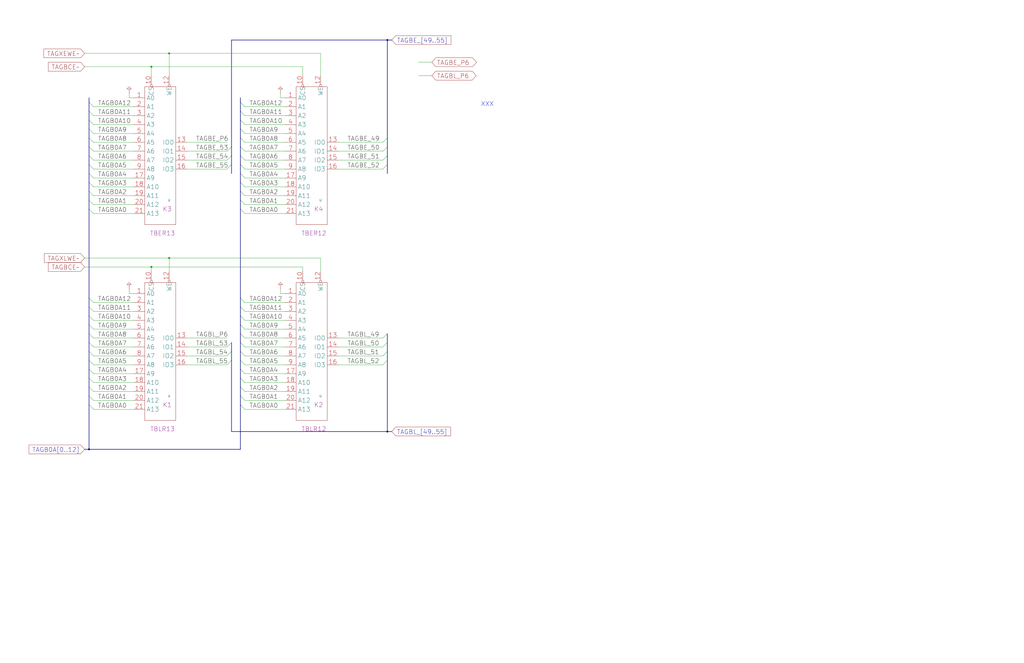
<source format=kicad_sch>
(kicad_sch (version 20220404) (generator eeschema)
  (paper "User" 584.2 378.46)
  (title_block (title "TAGB RAMS\\nLRU BYTE 49:55, P6") (date "08-MAR-90") (rev "0.0") (comment 1 "MEM32 BOARD") (comment 2 "232-003066") (comment 3 "S400") (comment 4 "RELEASED"))
  (lib_symbols
    (symbol "r1000:16KX4" (pin_names (offset 1.016))
      (property "Reference" "U" (at 2.54 5.08 0))
      (property "Value" "16KX4" (at -8.89 -7.62 0))
      (property "Location" "___" (at -1.27 0 0))
      (property "Name" "______" (at -1.27 -15.24 0))
      (symbol "16KX4_1_1"
        (rectangle (start -11.43 69.85) (end 6.35 -8.89))
        (circle (center -7.62 70.485) (radius 0.635))
        (circle (center 2.54 70.485) (radius 0.635))
        (pin input line (at -17.78 63.5 0) (length 6.35) (name "A0") (number "1"))
        (pin input line (at -7.62 76.2 270) (length 5.08) (name "CS") (number "10"))
        (pin input line (at 2.54 76.2 270) (length 5.08) (name "WE") (number "12"))
        (pin bidirectional line (at 12.7 38.1 180) (length 6.35) (name "IO0") (number "13"))
        (pin bidirectional line (at 12.7 33.02 180) (length 6.35) (name "IO1") (number "14"))
        (pin bidirectional line (at 12.7 27.94 180) (length 6.35) (name "IO2") (number "15"))
        (pin bidirectional line (at 12.7 22.86 180) (length 6.35) (name "IO3") (number "16"))
        (pin input line (at -17.78 17.78 0) (length 6.35) (name "A9") (number "17"))
        (pin input line (at -17.78 12.7 0) (length 6.35) (name "A10") (number "18"))
        (pin input line (at -17.78 7.62 0) (length 6.35) (name "A11") (number "19"))
        (pin input line (at -17.78 58.42 0) (length 6.35) (name "A1") (number "2"))
        (pin input line (at -17.78 2.54 0) (length 6.35) (name "A12") (number "20"))
        (pin input line (at -17.78 -2.54 0) (length 6.35) (name "A13") (number "21"))
        (pin input line (at -17.78 53.34 0) (length 6.35) (name "A2") (number "3"))
        (pin input line (at -17.78 48.26 0) (length 6.35) (name "A3") (number "4"))
        (pin input line (at -17.78 43.18 0) (length 6.35) (name "A4") (number "5"))
        (pin input line (at -17.78 38.1 0) (length 6.35) (name "A5") (number "6"))
        (pin input line (at -17.78 33.02 0) (length 6.35) (name "A6") (number "7"))
        (pin input line (at -17.78 27.94 0) (length 6.35) (name "A7") (number "8"))
        (pin input line (at -17.78 22.86 0) (length 6.35) (name "A8") (number "9"))
      )
    )
    (symbol "r1000:PU" (power) (pin_numbers hide) (pin_names hide)
      (symbol "PU_0_1"
        (polyline (pts (xy 0 2.54) (xy -1.27 2.54) (xy 0 3.81) (xy 1.27 2.54) (xy 0 2.54)) (stroke (width 0.1524)))
      )
      (symbol "PU_1_1"
        (pin power_in line (at 0 0 90) (length 2.54) (name "PU") (number "1"))
      )
    )
  )
  (junction (at 96.52 30.48))
  (junction (at 220.98 22.86))
  (junction (at 96.52 147.32))
  (junction (at 86.36 38.1))
  (junction (at 86.36 152.4))
  (junction (at 220.98 246.38))
  (junction (at 50.8 256.54))
  (bus_entry (at 132.08 93.98) (size -2.54 2.54))
  (bus_entry (at 220.98 83.82) (size -2.54 2.54))
  (bus_entry (at 50.8 109.22) (size 2.54 2.54))
  (bus_entry (at 137.16 73.66) (size 2.54 2.54))
  (bus_entry (at 137.16 185.42) (size 2.54 2.54))
  (bus_entry (at 220.98 78.74) (size -2.54 2.54))
  (bus_entry (at 137.16 170.18) (size 2.54 2.54))
  (bus_entry (at 220.98 93.98) (size -2.54 2.54))
  (bus_entry (at 137.16 231.14) (size 2.54 2.54))
  (bus_entry (at 50.8 175.26) (size 2.54 2.54))
  (bus_entry (at 50.8 68.58) (size 2.54 2.54))
  (bus_entry (at 137.16 119.38) (size 2.54 2.54))
  (bus_entry (at 50.8 195.58) (size 2.54 2.54))
  (bus_entry (at 137.16 68.58) (size 2.54 2.54))
  (bus_entry (at 50.8 78.74) (size 2.54 2.54))
  (bus_entry (at 50.8 83.82) (size 2.54 2.54))
  (bus_entry (at 137.16 58.42) (size 2.54 2.54))
  (bus_entry (at 137.16 83.82) (size 2.54 2.54))
  (bus_entry (at 137.16 99.06) (size 2.54 2.54))
  (bus_entry (at 220.98 195.58) (size -2.54 2.54))
  (bus_entry (at 220.98 200.66) (size -2.54 2.54))
  (bus_entry (at 50.8 63.5) (size 2.54 2.54))
  (bus_entry (at 50.8 226.06) (size 2.54 2.54))
  (bus_entry (at 220.98 205.74) (size -2.54 2.54))
  (bus_entry (at 50.8 190.5) (size 2.54 2.54))
  (bus_entry (at 50.8 215.9) (size 2.54 2.54))
  (bus_entry (at 137.16 205.74) (size 2.54 2.54))
  (bus_entry (at 50.8 200.66) (size 2.54 2.54))
  (bus_entry (at 137.16 63.5) (size 2.54 2.54))
  (bus_entry (at 137.16 88.9) (size 2.54 2.54))
  (bus_entry (at 132.08 195.58) (size -2.54 2.54))
  (bus_entry (at 137.16 195.58) (size 2.54 2.54))
  (bus_entry (at 50.8 73.66) (size 2.54 2.54))
  (bus_entry (at 137.16 210.82) (size 2.54 2.54))
  (bus_entry (at 137.16 215.9) (size 2.54 2.54))
  (bus_entry (at 137.16 226.06) (size 2.54 2.54))
  (bus_entry (at 137.16 104.14) (size 2.54 2.54))
  (bus_entry (at 137.16 109.22) (size 2.54 2.54))
  (bus_entry (at 132.08 205.74) (size -2.54 2.54))
  (bus_entry (at 137.16 200.66) (size 2.54 2.54))
  (bus_entry (at 50.8 119.38) (size 2.54 2.54))
  (bus_entry (at 220.98 190.5) (size -2.54 2.54))
  (bus_entry (at 50.8 104.14) (size 2.54 2.54))
  (bus_entry (at 50.8 210.82) (size 2.54 2.54))
  (bus_entry (at 50.8 205.74) (size 2.54 2.54))
  (bus_entry (at 50.8 185.42) (size 2.54 2.54))
  (bus_entry (at 220.98 88.9) (size -2.54 2.54))
  (bus_entry (at 50.8 88.9) (size 2.54 2.54))
  (bus_entry (at 137.16 114.3) (size 2.54 2.54))
  (bus_entry (at 50.8 231.14) (size 2.54 2.54))
  (bus_entry (at 137.16 175.26) (size 2.54 2.54))
  (bus_entry (at 50.8 114.3) (size 2.54 2.54))
  (bus_entry (at 132.08 88.9) (size -2.54 2.54))
  (bus_entry (at 137.16 78.74) (size 2.54 2.54))
  (bus_entry (at 132.08 83.82) (size -2.54 2.54))
  (bus_entry (at 50.8 180.34) (size 2.54 2.54))
  (bus_entry (at 137.16 190.5) (size 2.54 2.54))
  (bus_entry (at 50.8 170.18) (size 2.54 2.54))
  (bus_entry (at 50.8 220.98) (size 2.54 2.54))
  (bus_entry (at 137.16 93.98) (size 2.54 2.54))
  (bus_entry (at 50.8 99.06) (size 2.54 2.54))
  (bus_entry (at 50.8 93.98) (size 2.54 2.54))
  (bus_entry (at 50.8 58.42) (size 2.54 2.54))
  (bus_entry (at 132.08 200.66) (size -2.54 2.54))
  (bus_entry (at 137.16 220.98) (size 2.54 2.54))
  (bus_entry (at 137.16 180.34) (size 2.54 2.54))
  (bus (pts (xy 137.16 109.22) (xy 137.16 114.3)))
  (wire (pts (xy 53.34 76.2) (xy 76.2 76.2)))
  (wire (pts (xy 172.72 38.1) (xy 172.72 43.18)))
  (bus (pts (xy 137.16 93.98) (xy 137.16 99.06)))
  (wire (pts (xy 48.26 152.4) (xy 86.36 152.4)))
  (wire (pts (xy 193.04 86.36) (xy 218.44 86.36)))
  (wire (pts (xy 106.68 81.28) (xy 129.54 81.28)))
  (bus (pts (xy 137.16 226.06) (xy 137.16 231.14)))
  (wire (pts (xy 76.2 55.88) (xy 73.66 55.88)))
  (bus (pts (xy 50.8 231.14) (xy 50.8 256.54)))
  (wire (pts (xy 139.7 203.2) (xy 162.56 203.2)))
  (wire (pts (xy 86.36 152.4) (xy 172.72 152.4)))
  (bus (pts (xy 220.98 83.82) (xy 220.98 88.9)))
  (bus (pts (xy 50.8 55.88) (xy 50.8 58.42)))
  (wire (pts (xy 193.04 81.28) (xy 218.44 81.28)))
  (wire (pts (xy 238.76 43.18) (xy 246.38 43.18)))
  (wire (pts (xy 53.34 81.28) (xy 76.2 81.28)))
  (bus (pts (xy 50.8 83.82) (xy 50.8 88.9)))
  (wire (pts (xy 53.34 187.96) (xy 76.2 187.96)))
  (bus (pts (xy 50.8 195.58) (xy 50.8 200.66)))
  (wire (pts (xy 139.7 66.04) (xy 162.56 66.04)))
  (wire (pts (xy 53.34 177.8) (xy 76.2 177.8)))
  (bus (pts (xy 137.16 210.82) (xy 137.16 215.9)))
  (bus (pts (xy 137.16 88.9) (xy 137.16 93.98)))
  (wire (pts (xy 73.66 167.64) (xy 73.66 165.1)))
  (bus (pts (xy 50.8 190.5) (xy 50.8 195.58)))
  (wire (pts (xy 53.34 101.6) (xy 76.2 101.6)))
  (wire (pts (xy 193.04 193.04) (xy 218.44 193.04)))
  (wire (pts (xy 139.7 116.84) (xy 162.56 116.84)))
  (wire (pts (xy 106.68 203.2) (xy 129.54 203.2)))
  (bus (pts (xy 50.8 93.98) (xy 50.8 99.06)))
  (wire (pts (xy 106.68 96.52) (xy 129.54 96.52)))
  (bus (pts (xy 137.16 220.98) (xy 137.16 226.06)))
  (wire (pts (xy 53.34 121.92) (xy 76.2 121.92)))
  (bus (pts (xy 50.8 226.06) (xy 50.8 231.14)))
  (bus (pts (xy 50.8 256.54) (xy 137.16 256.54)))
  (wire (pts (xy 139.7 172.72) (xy 162.56 172.72)))
  (wire (pts (xy 53.34 208.28) (xy 76.2 208.28)))
  (wire (pts (xy 182.88 30.48) (xy 182.88 43.18)))
  (wire (pts (xy 106.68 198.12) (xy 129.54 198.12)))
  (wire (pts (xy 48.26 147.32) (xy 96.52 147.32)))
  (wire (pts (xy 139.7 218.44) (xy 162.56 218.44)))
  (bus (pts (xy 132.08 200.66) (xy 132.08 205.74)))
  (wire (pts (xy 139.7 86.36) (xy 162.56 86.36)))
  (bus (pts (xy 220.98 93.98) (xy 220.98 99.06)))
  (wire (pts (xy 73.66 55.88) (xy 73.66 53.34)))
  (bus (pts (xy 132.08 195.58) (xy 132.08 200.66)))
  (wire (pts (xy 53.34 218.44) (xy 76.2 218.44)))
  (wire (pts (xy 139.7 182.88) (xy 162.56 182.88)))
  (wire (pts (xy 96.52 30.48) (xy 96.52 43.18)))
  (bus (pts (xy 50.8 215.9) (xy 50.8 220.98)))
  (wire (pts (xy 139.7 111.76) (xy 162.56 111.76)))
  (bus (pts (xy 132.08 88.9) (xy 132.08 93.98)))
  (wire (pts (xy 139.7 91.44) (xy 162.56 91.44)))
  (wire (pts (xy 53.34 86.36) (xy 76.2 86.36)))
  (bus (pts (xy 137.16 190.5) (xy 137.16 195.58)))
  (wire (pts (xy 106.68 86.36) (xy 129.54 86.36)))
  (wire (pts (xy 139.7 177.8) (xy 162.56 177.8)))
  (wire (pts (xy 139.7 223.52) (xy 162.56 223.52)))
  (wire (pts (xy 48.26 38.1) (xy 86.36 38.1)))
  (wire (pts (xy 139.7 71.12) (xy 162.56 71.12)))
  (bus (pts (xy 50.8 99.06) (xy 50.8 104.14)))
  (wire (pts (xy 139.7 198.12) (xy 162.56 198.12)))
  (wire (pts (xy 172.72 152.4) (xy 172.72 154.94)))
  (wire (pts (xy 96.52 147.32) (xy 182.88 147.32)))
  (wire (pts (xy 48.26 30.48) (xy 96.52 30.48)))
  (bus (pts (xy 50.8 109.22) (xy 50.8 114.3)))
  (wire (pts (xy 106.68 91.44) (xy 129.54 91.44)))
  (wire (pts (xy 53.34 223.52) (xy 76.2 223.52)))
  (wire (pts (xy 193.04 203.2) (xy 218.44 203.2)))
  (wire (pts (xy 139.7 233.68) (xy 162.56 233.68)))
  (wire (pts (xy 53.34 96.52) (xy 76.2 96.52)))
  (bus (pts (xy 50.8 104.14) (xy 50.8 109.22)))
  (bus (pts (xy 132.08 205.74) (xy 132.08 246.38)))
  (bus (pts (xy 137.16 78.74) (xy 137.16 83.82)))
  (bus (pts (xy 137.16 119.38) (xy 137.16 170.18)))
  (wire (pts (xy 139.7 81.28) (xy 162.56 81.28)))
  (wire (pts (xy 53.34 111.76) (xy 76.2 111.76)))
  (wire (pts (xy 53.34 233.68) (xy 76.2 233.68)))
  (bus (pts (xy 220.98 200.66) (xy 220.98 205.74)))
  (bus (pts (xy 220.98 195.58) (xy 220.98 200.66)))
  (wire (pts (xy 182.88 147.32) (xy 182.88 154.94)))
  (bus (pts (xy 137.16 58.42) (xy 137.16 63.5)))
  (bus (pts (xy 137.16 170.18) (xy 137.16 175.26)))
  (wire (pts (xy 193.04 96.52) (xy 218.44 96.52)))
  (wire (pts (xy 53.34 116.84) (xy 76.2 116.84)))
  (bus (pts (xy 137.16 55.88) (xy 137.16 58.42)))
  (wire (pts (xy 53.34 203.2) (xy 76.2 203.2)))
  (wire (pts (xy 139.7 213.36) (xy 162.56 213.36)))
  (wire (pts (xy 53.34 60.96) (xy 76.2 60.96)))
  (bus (pts (xy 137.16 180.34) (xy 137.16 185.42)))
  (wire (pts (xy 53.34 182.88) (xy 76.2 182.88)))
  (wire (pts (xy 53.34 198.12) (xy 76.2 198.12)))
  (bus (pts (xy 50.8 200.66) (xy 50.8 205.74)))
  (bus (pts (xy 137.16 68.58) (xy 137.16 73.66)))
  (wire (pts (xy 162.56 55.88) (xy 160.02 55.88)))
  (bus (pts (xy 137.16 114.3) (xy 137.16 119.38)))
  (bus (pts (xy 137.16 63.5) (xy 137.16 68.58)))
  (wire (pts (xy 193.04 198.12) (xy 218.44 198.12)))
  (wire (pts (xy 139.7 106.68) (xy 162.56 106.68)))
  (wire (pts (xy 53.34 71.12) (xy 76.2 71.12)))
  (wire (pts (xy 86.36 152.4) (xy 86.36 154.94)))
  (bus (pts (xy 137.16 99.06) (xy 137.16 104.14)))
  (wire (pts (xy 139.7 228.6) (xy 162.56 228.6)))
  (wire (pts (xy 193.04 208.28) (xy 218.44 208.28)))
  (bus (pts (xy 137.16 195.58) (xy 137.16 200.66)))
  (wire (pts (xy 139.7 208.28) (xy 162.56 208.28)))
  (wire (pts (xy 53.34 66.04) (xy 76.2 66.04)))
  (bus (pts (xy 50.8 58.42) (xy 50.8 63.5)))
  (wire (pts (xy 53.34 193.04) (xy 76.2 193.04)))
  (bus (pts (xy 137.16 231.14) (xy 137.16 256.54)))
  (bus (pts (xy 137.16 185.42) (xy 137.16 190.5)))
  (wire (pts (xy 139.7 96.52) (xy 162.56 96.52)))
  (bus (pts (xy 50.8 220.98) (xy 50.8 226.06)))
  (bus (pts (xy 50.8 175.26) (xy 50.8 180.34)))
  (bus (pts (xy 50.8 78.74) (xy 50.8 83.82)))
  (wire (pts (xy 193.04 91.44) (xy 218.44 91.44)))
  (bus (pts (xy 220.98 22.86) (xy 220.98 78.74)))
  (bus (pts (xy 50.8 205.74) (xy 50.8 210.82)))
  (wire (pts (xy 160.02 167.64) (xy 160.02 165.1)))
  (wire (pts (xy 53.34 213.36) (xy 76.2 213.36)))
  (wire (pts (xy 238.76 35.56) (xy 246.38 35.56)))
  (bus (pts (xy 220.98 246.38) (xy 223.52 246.38)))
  (wire (pts (xy 53.34 106.68) (xy 76.2 106.68)))
  (bus (pts (xy 50.8 210.82) (xy 50.8 215.9)))
  (bus (pts (xy 50.8 119.38) (xy 50.8 170.18)))
  (wire (pts (xy 53.34 91.44) (xy 76.2 91.44)))
  (wire (pts (xy 139.7 101.6) (xy 162.56 101.6)))
  (wire (pts (xy 86.36 38.1) (xy 172.72 38.1)))
  (bus (pts (xy 132.08 93.98) (xy 132.08 99.06)))
  (bus (pts (xy 220.98 88.9) (xy 220.98 93.98)))
  (bus (pts (xy 132.08 246.38) (xy 220.98 246.38)))
  (bus (pts (xy 137.16 205.74) (xy 137.16 210.82)))
  (bus (pts (xy 50.8 114.3) (xy 50.8 119.38)))
  (bus (pts (xy 220.98 22.86) (xy 223.52 22.86)))
  (wire (pts (xy 139.7 187.96) (xy 162.56 187.96)))
  (bus (pts (xy 132.08 83.82) (xy 132.08 88.9)))
  (bus (pts (xy 137.16 215.9) (xy 137.16 220.98)))
  (wire (pts (xy 139.7 76.2) (xy 162.56 76.2)))
  (wire (pts (xy 53.34 172.72) (xy 76.2 172.72)))
  (bus (pts (xy 220.98 190.5) (xy 220.98 195.58)))
  (wire (pts (xy 139.7 60.96) (xy 162.56 60.96)))
  (bus (pts (xy 50.8 180.34) (xy 50.8 185.42)))
  (wire (pts (xy 139.7 193.04) (xy 162.56 193.04)))
  (bus (pts (xy 220.98 205.74) (xy 220.98 246.38)))
  (bus (pts (xy 137.16 200.66) (xy 137.16 205.74)))
  (bus (pts (xy 137.16 175.26) (xy 137.16 180.34)))
  (bus (pts (xy 48.26 256.54) (xy 50.8 256.54)))
  (bus (pts (xy 220.98 78.74) (xy 220.98 83.82)))
  (bus (pts (xy 50.8 185.42) (xy 50.8 190.5)))
  (bus (pts (xy 50.8 170.18) (xy 50.8 175.26)))
  (bus (pts (xy 137.16 104.14) (xy 137.16 109.22)))
  (bus (pts (xy 137.16 83.82) (xy 137.16 88.9)))
  (wire (pts (xy 53.34 228.6) (xy 76.2 228.6)))
  (wire (pts (xy 162.56 167.64) (xy 160.02 167.64)))
  (bus (pts (xy 132.08 22.86) (xy 220.98 22.86)))
  (bus (pts (xy 50.8 68.58) (xy 50.8 73.66)))
  (wire (pts (xy 96.52 30.48) (xy 182.88 30.48)))
  (bus (pts (xy 137.16 73.66) (xy 137.16 78.74)))
  (wire (pts (xy 86.36 38.1) (xy 86.36 43.18)))
  (wire (pts (xy 96.52 147.32) (xy 96.52 154.94)))
  (bus (pts (xy 50.8 73.66) (xy 50.8 78.74)))
  (wire (pts (xy 106.68 208.28) (xy 129.54 208.28)))
  (wire (pts (xy 106.68 193.04) (xy 129.54 193.04)))
  (wire (pts (xy 139.7 121.92) (xy 162.56 121.92)))
  (bus (pts (xy 50.8 88.9) (xy 50.8 93.98)))
  (wire (pts (xy 76.2 167.64) (xy 73.66 167.64)))
  (wire (pts (xy 160.02 55.88) (xy 160.02 53.34)))
  (bus (pts (xy 132.08 22.86) (xy 132.08 83.82)))
  (bus (pts (xy 50.8 63.5) (xy 50.8 68.58)))
  (text "XXX" (at 274.32 60.96 0) (effects (font (size 2.54 2.54)) (justify left bottom)))
  (label "TAGBL_54" (at 111.76 203.2 0) (effects (font (size 2.54 2.54))))
  (label "TAGB0A2" (at 55.88 111.76 0) (effects (font (size 2.54 2.54))))
  (label "TAGB0A8" (at 142.24 81.28 0) (effects (font (size 2.54 2.54))))
  (label "TAGBL_51" (at 198.12 203.2 0) (effects (font (size 2.54 2.54))))
  (label "TAGB0A7" (at 142.24 198.12 0) (effects (font (size 2.54 2.54))))
  (label "TAGB0A8" (at 55.88 81.28 0) (effects (font (size 2.54 2.54))))
  (label "TAGB0A0" (at 55.88 121.92 0) (effects (font (size 2.54 2.54))))
  (label "TAGB0A0" (at 55.88 233.68 0) (effects (font (size 2.54 2.54))))
  (label "TAGB0A11" (at 142.24 66.04 0) (effects (font (size 2.54 2.54))))
  (label "TAGBL_50" (at 198.12 198.12 0) (effects (font (size 2.54 2.54))))
  (label "TAGBL_53" (at 111.76 198.12 0) (effects (font (size 2.54 2.54))))
  (label "TAGB0A2" (at 142.24 223.52 0) (effects (font (size 2.54 2.54))))
  (label "TAGB0A4" (at 55.88 101.6 0) (effects (font (size 2.54 2.54))))
  (label "TAGB0A12" (at 55.88 60.96 0) (effects (font (size 2.54 2.54))))
  (label "TAGB0A4" (at 142.24 213.36 0) (effects (font (size 2.54 2.54))))
  (label "TAGB0A12" (at 142.24 60.96 0) (effects (font (size 2.54 2.54))))
  (label "TAGB0A7" (at 142.24 86.36 0) (effects (font (size 2.54 2.54))))
  (label "TAGBE_52" (at 198.12 96.52 0) (effects (font (size 2.54 2.54))))
  (label "TAGB0A6" (at 142.24 203.2 0) (effects (font (size 2.54 2.54))))
  (label "TAGBE_P6" (at 111.76 81.28 0) (effects (font (size 2.54 2.54))))
  (label "TAGB0A5" (at 55.88 208.28 0) (effects (font (size 2.54 2.54))))
  (label "TAGB0A10" (at 55.88 182.88 0) (effects (font (size 2.54 2.54))))
  (label "TAGB0A4" (at 142.24 101.6 0) (effects (font (size 2.54 2.54))))
  (label "TAGB0A3" (at 142.24 218.44 0) (effects (font (size 2.54 2.54))))
  (label "TAGB0A6" (at 55.88 203.2 0) (effects (font (size 2.54 2.54))))
  (label "TAGBE_50" (at 198.12 86.36 0) (effects (font (size 2.54 2.54))))
  (label "TAGB0A9" (at 142.24 187.96 0) (effects (font (size 2.54 2.54))))
  (label "TAGB0A9" (at 142.24 76.2 0) (effects (font (size 2.54 2.54))))
  (label "TAGB0A2" (at 55.88 223.52 0) (effects (font (size 2.54 2.54))))
  (label "TAGB0A2" (at 142.24 111.76 0) (effects (font (size 2.54 2.54))))
  (label "TAGB0A1" (at 55.88 116.84 0) (effects (font (size 2.54 2.54))))
  (label "TAGB0A10" (at 142.24 182.88 0) (effects (font (size 2.54 2.54))))
  (label "TAGBE_53" (at 111.76 86.36 0) (effects (font (size 2.54 2.54))))
  (label "TAGB0A8" (at 142.24 193.04 0) (effects (font (size 2.54 2.54))))
  (label "TAGB0A11" (at 55.88 66.04 0) (effects (font (size 2.54 2.54))))
  (label "TAGB0A1" (at 142.24 228.6 0) (effects (font (size 2.54 2.54))))
  (label "TAGB0A6" (at 55.88 91.44 0) (effects (font (size 2.54 2.54))))
  (label "TAGB0A4" (at 55.88 213.36 0) (effects (font (size 2.54 2.54))))
  (label "TAGB0A10" (at 142.24 71.12 0) (effects (font (size 2.54 2.54))))
  (label "TAGBE_51" (at 198.12 91.44 0) (effects (font (size 2.54 2.54))))
  (label "TAGBL_52" (at 198.12 208.28 0) (effects (font (size 2.54 2.54))))
  (label "TAGB0A5" (at 55.88 96.52 0) (effects (font (size 2.54 2.54))))
  (label "TAGB0A9" (at 55.88 187.96 0) (effects (font (size 2.54 2.54))))
  (label "TAGB0A7" (at 55.88 86.36 0) (effects (font (size 2.54 2.54))))
  (label "TAGB0A12" (at 55.88 172.72 0) (effects (font (size 2.54 2.54))))
  (label "TAGB0A3" (at 55.88 218.44 0) (effects (font (size 2.54 2.54))))
  (label "TAGB0A12" (at 142.24 172.72 0) (effects (font (size 2.54 2.54))))
  (label "TAGB0A5" (at 142.24 96.52 0) (effects (font (size 2.54 2.54))))
  (label "TAGB0A11" (at 55.88 177.8 0) (effects (font (size 2.54 2.54))))
  (label "TAGB0A8" (at 55.88 193.04 0) (effects (font (size 2.54 2.54))))
  (label "TAGB0A1" (at 142.24 116.84 0) (effects (font (size 2.54 2.54))))
  (label "TAGBL_49" (at 198.12 193.04 0) (effects (font (size 2.54 2.54))))
  (label "TAGB0A11" (at 142.24 177.8 0) (effects (font (size 2.54 2.54))))
  (label "TAGB0A7" (at 55.88 198.12 0) (effects (font (size 2.54 2.54))))
  (label "TAGBE_55" (at 111.76 96.52 0) (effects (font (size 2.54 2.54))))
  (label "TAGBL_55" (at 111.76 208.28 0) (effects (font (size 2.54 2.54))))
  (label "TAGBE_49" (at 198.12 81.28 0) (effects (font (size 2.54 2.54))))
  (label "TAGB0A9" (at 55.88 76.2 0) (effects (font (size 2.54 2.54))))
  (label "TAGB0A5" (at 142.24 208.28 0) (effects (font (size 2.54 2.54))))
  (label "TAGBE_54" (at 111.76 91.44 0) (effects (font (size 2.54 2.54))))
  (label "TAGB0A6" (at 142.24 91.44 0) (effects (font (size 2.54 2.54))))
  (label "TAGB0A1" (at 55.88 228.6 0) (effects (font (size 2.54 2.54))))
  (label "TAGB0A0" (at 142.24 121.92 0) (effects (font (size 2.54 2.54))))
  (label "TAGB0A3" (at 55.88 106.68 0) (effects (font (size 2.54 2.54))))
  (label "TAGB0A10" (at 55.88 71.12 0) (effects (font (size 2.54 2.54))))
  (label "TAGB0A0" (at 142.24 233.68 0) (effects (font (size 2.54 2.54))))
  (label "TAGB0A3" (at 142.24 106.68 0) (effects (font (size 2.54 2.54))))
  (label "TAGBL_P6" (at 111.76 193.04 0) (effects (font (size 2.54 2.54))))
  (global_label "TAGBE_P6" (shape bidirectional) (at 246.38 35.56 0) (effects (font (size 2.54 2.54))) (property "Intersheet References" "${INTERSHEET_REFS}" (at 269.5908 35.4013 0) (effects (font (size 1.905 1.905)) (justify left))))
  (global_label "TAGXLWE~" (shape input) (at 48.26 147.32 180) (effects (font (size 2.54 2.54))) (property "Intersheet References" "${INTERSHEET_REFS}" (at 25.2911 147.1613 0) (effects (font (size 1.905 1.905)) (justify right))))
  (global_label "TAGXEWE~" (shape input) (at 48.26 30.48 180) (effects (font (size 2.54 2.54))) (property "Intersheet References" "${INTERSHEET_REFS}" (at 25.0492 30.3213 0) (effects (font (size 1.905 1.905)) (justify right))))
  (global_label "TAGB0A[0..12]" (shape input) (at 48.26 256.54 180) (effects (font (size 2.54 2.54))) (property "Intersheet References" "${INTERSHEET_REFS}" (at 16.9454 256.3813 0) (effects (font (size 1.905 1.905)) (justify right))))
  (global_label "TAGBCE~" (shape input) (at 48.26 152.4 180) (effects (font (size 2.54 2.54))) (property "Intersheet References" "${INTERSHEET_REFS}" (at 25.533 152.2413 0) (effects (font (size 1.905 1.905)) (justify right))))
  (global_label "TAGBCE~" (shape input) (at 48.26 38.1 180) (effects (font (size 2.54 2.54))) (property "Intersheet References" "${INTERSHEET_REFS}" (at 25.533 37.9413 0) (effects (font (size 1.905 1.905)) (justify right))))
  (global_label "TAGBL_P6" (shape bidirectional) (at 246.38 43.18 0) (effects (font (size 2.54 2.54))) (property "Intersheet References" "${INTERSHEET_REFS}" (at 269.3489 43.0213 0) (effects (font (size 1.905 1.905)) (justify left))))
  (global_label "TAGBL_[49..55]" (shape input) (at 223.52 246.38 0) (effects (font (size 2.54 2.54))) (property "Intersheet References" "${INTERSHEET_REFS}" (at 256.6489 246.2213 0) (effects (font (size 1.905 1.905)) (justify left))))
  (global_label "TAGBE_[49..55]" (shape input) (at 223.52 22.86 0) (effects (font (size 2.54 2.54))) (property "Intersheet References" "${INTERSHEET_REFS}" (at 256.8908 22.7013 0) (effects (font (size 1.905 1.905)) (justify left))))
  (symbol (lib_id "r1000:16KX4") (at 93.98 231.14 0) (unit 1)
    (default_instance (reference "U") (unit 1) (value "") (footprint ""))
    (property "Reference" "U" (at 96.52 226.06 0))
    (property "Location" "K1" (at 92.71 231.14 0) (effects (font (size 2.54 2.54)) (justify left)))
    (property "Name" "TBLR13" (at 92.71 246.38 0) (effects (font (size 2.54 2.54)) (justify bottom)))
  )
  (symbol (lib_id "r1000:PU") (at 160.02 53.34 0) (unit 1)
    (default_instance (reference "U") (unit 1) (value "") (footprint ""))
    (property "Reference" "U" (effects hide))
  )
  (symbol (lib_id "r1000:PU") (at 73.66 53.34 0) (unit 1)
    (default_instance (reference "U") (unit 1) (value "") (footprint ""))
    (property "Reference" "U" (effects hide))
  )
  (symbol (lib_id "r1000:16KX4") (at 93.98 119.38 0) (unit 1)
    (default_instance (reference "U") (unit 1) (value "") (footprint ""))
    (property "Reference" "U" (at 96.52 114.3 0))
    (property "Location" "K3" (at 92.71 119.38 0) (effects (font (size 2.54 2.54)) (justify left)))
    (property "Name" "TBER13" (at 92.71 134.62 0) (effects (font (size 2.54 2.54)) (justify bottom)))
  )
  (symbol (lib_id "r1000:PU") (at 73.66 165.1 0) (unit 1)
    (default_instance (reference "U") (unit 1) (value "") (footprint ""))
    (property "Reference" "U" (effects hide))
  )
  (symbol (lib_id "r1000:16KX4") (at 180.34 119.38 0) (unit 1)
    (default_instance (reference "U") (unit 1) (value "") (footprint ""))
    (property "Reference" "U" (at 182.88 114.3 0))
    (property "Location" "K4" (at 179.07 119.38 0) (effects (font (size 2.54 2.54)) (justify left)))
    (property "Name" "TBER12" (at 179.07 134.62 0) (effects (font (size 2.54 2.54)) (justify bottom)))
  )
  (symbol (lib_id "r1000:PU") (at 160.02 165.1 0) (unit 1)
    (default_instance (reference "U") (unit 1) (value "") (footprint ""))
    (property "Reference" "U" (effects hide))
  )
  (symbol (lib_id "r1000:16KX4") (at 180.34 231.14 0) (unit 1)
    (default_instance (reference "U") (unit 1) (value "") (footprint ""))
    (property "Reference" "U" (at 182.88 226.06 0))
    (property "Location" "K2" (at 179.07 231.14 0) (effects (font (size 2.54 2.54)) (justify left)))
    (property "Name" "TBLR12" (at 179.07 246.38 0) (effects (font (size 2.54 2.54)) (justify bottom)))
  )
)
</source>
